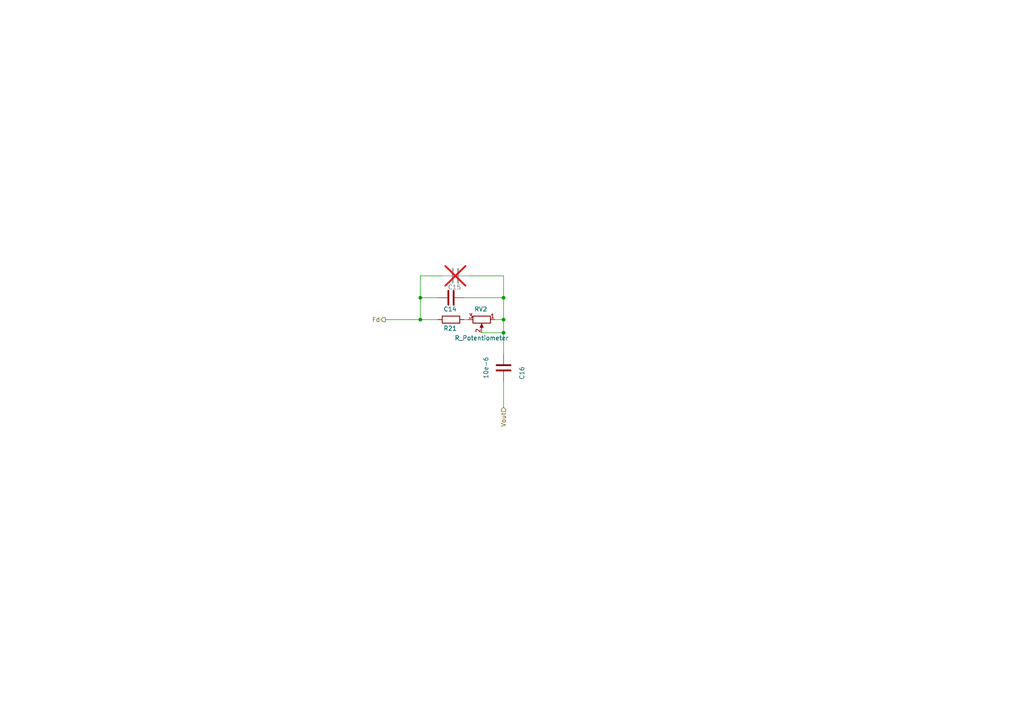
<source format=kicad_sch>
(kicad_sch (version 20250114) (generator "eeschema") (generator_version "9.0")
  (paper "A4")
  (lib_symbols
    (symbol "Device:C" (pin_numbers (hide yes)) (pin_names (offset 0.254))
      (property "Reference" "C" (at 0.635 2.54 0))
      (property "Value" "C" (at 0.635 -2.54 0))
      (symbol "C_0_1"
        (polyline (pts (xy -2.032 0.762) (xy 2.032 0.762)) (stroke (width 0.508)))
        (polyline (pts (xy -2.032 -0.762) (xy 2.032 -0.762)) (stroke (width 0.508)))
      )
      (symbol "C_1_1"
        (pin passive line (at 0 3.81 270) (length 2.794) (name "~") (number "1"))
        (pin passive line (at 0 -3.81 90) (length 2.794) (name "~") (number "2"))
      )
    )
    (symbol "Device:R" (pin_numbers (hide yes)) (pin_names (offset 0))
      (property "Reference" "R" (at 2.032 0 90))
      (property "Value" "R" (at 0 0 90))
      (symbol "R_0_1"
        (rectangle (start -1.016 -2.54) (end 1.016 2.54) (stroke (width 0.254)))
      )
      (symbol "R_1_1"
        (pin passive line (at 0 3.81 270) (length 1.27) (name "~") (number "1"))
        (pin passive line (at 0 -3.81 90) (length 1.27) (name "~") (number "2"))
      )
    )
    (symbol "Device:R_Potentiometer" (pin_names (offset 1.016) (hide yes))
      (property "Reference" "RV" (at -4.445 0 90))
      (property "Value" "R_Potentiometer" (at -2.54 0 90))
      (symbol "R_Potentiometer_0_1"
        (rectangle (start 1.016 2.54) (end -1.016 -2.54) (stroke (width 0.254)))
        (polyline (pts (xy 1.143 0) (xy 2.286 0.508) (xy 2.286 -0.508) (xy 1.143 0)) (fill (type outline)))
        (polyline (pts (xy 2.54 0) (xy 1.524 0)))
      )
      (symbol "R_Potentiometer_1_1"
        (pin passive line (at 0 3.81 270) (length 1.27) (name "1") (number "1"))
        (pin passive line (at 0 -3.81 90) (length 1.27) (name "3") (number "3"))
        (pin passive line (at 3.81 0 180) (length 1.27) (name "2") (number "2"))
      )
    )
  )
  (junction (at 121.92 92.71))
  (junction (at 146.05 86.36))
  (junction (at 146.05 92.71))
  (junction (at 146.05 96.52))
  (junction (at 121.92 86.36))
  (wire (pts (xy 121.92 80.01) (xy 121.92 86.36)))
  (wire (pts (xy 146.05 86.36) (xy 146.05 92.71)))
  (wire (pts (xy 146.05 118.11) (xy 146.05 110.49)))
  (wire (pts (xy 121.92 86.36) (xy 127 86.36)))
  (wire (pts (xy 135.89 80.01) (xy 146.05 80.01)))
  (wire (pts (xy 121.92 86.36) (xy 121.92 92.71)))
  (wire (pts (xy 139.7 96.52) (xy 146.05 96.52)))
  (wire (pts (xy 121.92 92.71) (xy 127 92.71)))
  (wire (pts (xy 111.76 92.71) (xy 121.92 92.71)))
  (wire (pts (xy 134.62 92.71) (xy 135.89 92.71)))
  (wire (pts (xy 146.05 92.71) (xy 146.05 96.52)))
  (wire (pts (xy 143.51 92.71) (xy 146.05 92.71)))
  (wire (pts (xy 121.92 80.01) (xy 128.27 80.01)))
  (wire (pts (xy 146.05 96.52) (xy 146.05 102.87)))
  (wire (pts (xy 146.05 80.01) (xy 146.05 86.36)))
  (wire (pts (xy 134.62 86.36) (xy 146.05 86.36)))
  (hierarchical_label "Vout" (shape input) (at 146.05 118.11 270))
  (hierarchical_label "Fd" (shape output) (at 111.76 92.71 180))
  (symbol (lib_id "Device:C") (at 132.08 80.01 90) (unit 1) (exclude_from_sim yes) (dnp yes)
    (property "Reference" "C7" (at 131.826 83.312 90))
    (property "Value" "10e-12" (effects (hide yes)))
    (property "Footprint" "Capacitor_SMD:C_0603_1608Metric_Pad1.08x0.95mm_HandSolder" (effects (hide yes)))
    (property "Description" "Unpolarized capacitor" (effects (hide yes)))
    (property "Tolérance" "5 % " (effects (hide yes)))
    (instances (project "ampli jfe150 searchcoil_V1.1" (path "" (reference "C15") (unit 1)) (path "" (reference "C7") (unit 1)) (path "" (reference "C18") (unit 1))))
  )
  (symbol (lib_id "Device:C") (at 130.81 86.36 90) (unit 1) (exclude_from_sim yes)
    (property "Reference" "C8" (at 130.556 89.662 90))
    (property "Value" "10e-12" (effects (hide yes)))
    (property "Footprint" "Capacitor_SMD:C_0603_1608Metric_Pad1.08x0.95mm_HandSolder" (effects (hide yes)))
    (property "Description" "Unpolarized capacitor" (effects (hide yes)))
    (property "Tolérance" "5 % " (effects (hide yes)))
    (instances (project "ampli jfe150 searchcoil_V1.1" (path "" (reference "C14") (unit 1)) (path "" (reference "C8") (unit 1)) (path "" (reference "C17") (unit 1))))
  )
  (symbol (lib_id "Device:R") (at 130.81 92.71 90) (unit 1) (exclude_from_sim yes)
    (property "Reference" "R12" (at 130.556 95.25 90))
    (property "Value" "10e3" (effects (hide yes)))
    (property "Footprint" "Resistor_SMD:R_0603_1608Metric_Pad0.98x0.95mm_HandSolder" (effects (hide yes)))
    (property "Description" "Resistor" (effects (hide yes)))
    (instances (project "ampli jfe150 searchcoil_V1.1" (path "" (reference "R21") (unit 1)) (path "" (reference "R12") (unit 1)) (path "" (reference "R22") (unit 1))))
  )
  (symbol (lib_id "Device:C") (at 146.05 106.68 180) (unit 1) (exclude_from_sim yes)
    (property "Reference" "C9" (at 151.384 108.204 90))
    (property "Value" "10e-6" (at 140.97 106.68 90))
    (property "Footprint" "Capacitor_SMD:C_1206_3216Metric_Pad1.33x1.80mm_HandSolder" (effects (hide yes)))
    (property "Description" "Unpolarized capacitor" (effects (hide yes)))
    (property "Tolérance" " 20 % " (effects (hide yes)))
    (instances (project "ampli jfe150 searchcoil_V1.1" (path "" (reference "C16") (unit 1)) (path "" (reference "C9") (unit 1)) (path "" (reference "C19") (unit 1))))
  )
  (symbol (lib_id "Device:R_Potentiometer") (at 139.7 92.71 270) (unit 1) (exclude_from_sim yes)
    (property "Reference" "RV1" (at 139.446 89.662 90))
    (property "Value" "R_Potentiometer" (at 139.7 98.044 90))
    (property "Footprint" "Potentiometer_THT:Potentiometer_Bourns_3296W_Vertical" (effects (hide yes)))
    (property "Description" "Potentiometer" (effects (hide yes)))
    (instances (project "ampli jfe150 searchcoil_V1.1" (path "" (reference "RV2") (unit 1)) (path "" (reference "RV1") (unit 1)) (path "" (reference "RV3") (unit 1))))
  )
)
</source>
